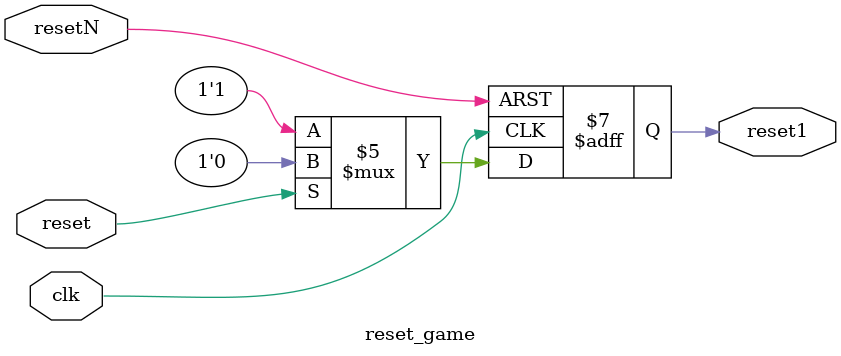
<source format=sv>

module	reset_game(	input	logic	clk,
			input	logic	resetN,
			input logic reset,
			
			
			output logic reset1
		
			);





always_ff@(posedge clk or negedge resetN)
begin

if(!resetN)
begin 
	reset1=0;	
end
else if(reset==1)
begin 
	reset1=0;	
end
else
begin
	reset1=1;	
end 

end
endmodule

</source>
